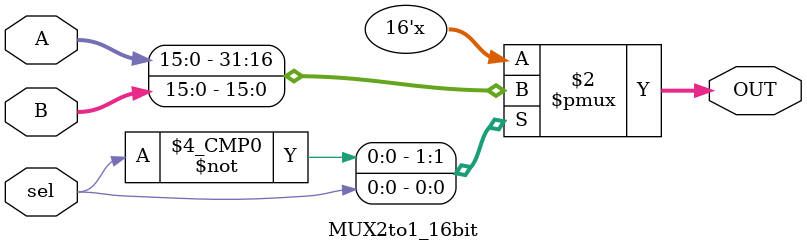
<source format=v>
`timescale 1ns / 1ps
module MUX2to1_16bit(
   input [15:0] A,B,
    input sel,
    output reg [15:0] OUT
    );
	
	always @(A or B or sel) begin
		case(sel) 
			1'b0: OUT = A;
			1'b1: OUT = B;
		endcase
	end

endmodule
</source>
